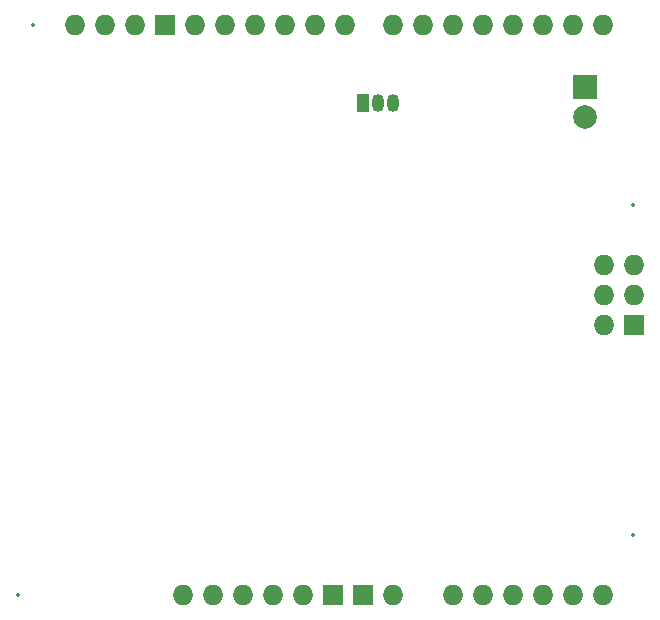
<source format=gbr>
%TF.GenerationSoftware,KiCad,Pcbnew,8.0.3*%
%TF.CreationDate,2025-01-08T21:35:48+01:00*%
%TF.ProjectId,ArduinoNICShield,41726475-696e-46f4-9e49-43536869656c,rev?*%
%TF.SameCoordinates,Original*%
%TF.FileFunction,Copper,L2,Bot*%
%TF.FilePolarity,Positive*%
%FSLAX46Y46*%
G04 Gerber Fmt 4.6, Leading zero omitted, Abs format (unit mm)*
G04 Created by KiCad (PCBNEW 8.0.3) date 2025-01-08 21:35:48*
%MOMM*%
%LPD*%
G01*
G04 APERTURE LIST*
%TA.AperFunction,ComponentPad*%
%ADD10R,2.000000X2.000000*%
%TD*%
%TA.AperFunction,ComponentPad*%
%ADD11C,2.000000*%
%TD*%
%TA.AperFunction,ComponentPad*%
%ADD12O,1.050000X1.500000*%
%TD*%
%TA.AperFunction,ComponentPad*%
%ADD13R,1.050000X1.500000*%
%TD*%
%TA.AperFunction,ComponentPad*%
%ADD14O,1.727200X1.727200*%
%TD*%
%TA.AperFunction,ComponentPad*%
%ADD15R,1.727200X1.727200*%
%TD*%
%ADD16C,0.350000*%
G04 APERTURE END LIST*
D10*
%TO.P,J2,1,Pin_1*%
%TO.N,RX_Arduino*%
X163500000Y-70460000D03*
D11*
%TO.P,J2,2,Pin_2*%
%TO.N,GND*%
X163500000Y-73000000D03*
%TD*%
D12*
%TO.P,Q1,3,C*%
%TO.N,RX_Arduino*%
X147270000Y-71860000D03*
%TO.P,Q1,2,B*%
%TO.N,Net-(Q1-B)*%
X146000000Y-71860000D03*
D13*
%TO.P,Q1,1,E*%
%TO.N,GND*%
X144730000Y-71860000D03*
%TD*%
D14*
%TO.P,A1,VIN,VIN*%
%TO.N,unconnected-(A1-PadVIN)*%
X147220000Y-113500000D03*
%TO.P,A1,SDA,SDA*%
%TO.N,unconnected-(A1-PadSDA)*%
X122836000Y-65240000D03*
%TO.P,A1,SCL,SCL*%
%TO.N,unconnected-(A1-PadSCL)*%
X120296000Y-65240000D03*
%TO.P,A1,SCK,SPI_SCK*%
%TO.N,unconnected-(A1-SPI_SCK-PadSCK)*%
X165127000Y-88100000D03*
%TO.P,A1,RST2,SPI_RESET*%
%TO.N,unconnected-(A1-SPI_RESET-PadRST2)*%
X165127000Y-90640000D03*
%TO.P,A1,RST1,RESET*%
%TO.N,unconnected-(A1-RESET-PadRST1)*%
X134520000Y-113500000D03*
%TO.P,A1,MOSI,SPI_MOSI*%
%TO.N,unconnected-(A1-SPI_MOSI-PadMOSI)*%
X167667000Y-88100000D03*
%TO.P,A1,MISO,SPI_MISO*%
%TO.N,unconnected-(A1-SPI_MISO-PadMISO)*%
X165127000Y-85560000D03*
%TO.P,A1,IORF,IOREF*%
%TO.N,unconnected-(A1-IOREF-PadIORF)*%
X131980000Y-113500000D03*
D15*
%TO.P,A1,GND4,SPI_GND*%
%TO.N,unconnected-(A1-SPI_GND-PadGND4)*%
X167667000Y-90640000D03*
%TO.P,A1,GND3,GND*%
%TO.N,GND*%
X144680000Y-113500000D03*
%TO.P,A1,GND2,GND*%
X142140000Y-113500000D03*
%TO.P,A1,GND1,GND*%
X127916000Y-65240000D03*
D14*
%TO.P,A1,D13,D13*%
%TO.N,unconnected-(A1-PadD13)*%
X130456000Y-65240000D03*
%TO.P,A1,D12,D12*%
%TO.N,unconnected-(A1-PadD12)*%
X132996000Y-65240000D03*
%TO.P,A1,D11,D11*%
%TO.N,unconnected-(A1-PadD11)*%
X135536000Y-65240000D03*
%TO.P,A1,D10,D10_CS*%
%TO.N,unconnected-(A1-D10_CS-PadD10)*%
X138076000Y-65240000D03*
%TO.P,A1,D9,D9*%
%TO.N,unconnected-(A1-PadD9)*%
X140616000Y-65240000D03*
%TO.P,A1,D8,D8*%
%TO.N,TX_Arduino*%
X143156000Y-65240000D03*
%TO.P,A1,D7,D7*%
%TO.N,RX_Arduino*%
X147220000Y-65240000D03*
%TO.P,A1,D6,D6*%
%TO.N,unconnected-(A1-PadD6)*%
X149760000Y-65240000D03*
%TO.P,A1,D5,D5*%
%TO.N,unconnected-(A1-PadD5)*%
X152300000Y-65240000D03*
%TO.P,A1,D4,D4*%
%TO.N,unconnected-(A1-PadD4)*%
X154840000Y-65240000D03*
%TO.P,A1,D3,D3_INT1*%
%TO.N,unconnected-(A1-D3_INT1-PadD3)*%
X157380000Y-65240000D03*
%TO.P,A1,D2,D2_INT0*%
%TO.N,unconnected-(A1-D2_INT0-PadD2)*%
X159920000Y-65240000D03*
%TO.P,A1,D1,D1/TX*%
%TO.N,unconnected-(A1-D1{slash}TX-PadD1)*%
X162460000Y-65240000D03*
%TO.P,A1,D0,D0/RX*%
%TO.N,unconnected-(A1-D0{slash}RX-PadD0)*%
X165000000Y-65240000D03*
%TO.P,A1,AREF,AREF*%
%TO.N,unconnected-(A1-PadAREF)*%
X125376000Y-65240000D03*
%TO.P,A1,A5,A5*%
%TO.N,unconnected-(A1-PadA5)*%
X165000000Y-113500000D03*
%TO.P,A1,A4,A4*%
%TO.N,unconnected-(A1-PadA4)*%
X162460000Y-113500000D03*
%TO.P,A1,A3,A3*%
%TO.N,unconnected-(A1-PadA3)*%
X159920000Y-113500000D03*
%TO.P,A1,A2,A2*%
%TO.N,unconnected-(A1-PadA2)*%
X157380000Y-113500000D03*
%TO.P,A1,A1,A1*%
%TO.N,unconnected-(A1-PadA1)*%
X154840000Y-113500000D03*
%TO.P,A1,A0,A0*%
%TO.N,unconnected-(A1-PadA0)*%
X152300000Y-113500000D03*
%TO.P,A1,5V2,SPI_5V*%
%TO.N,unconnected-(A1-SPI_5V-Pad5V2)*%
X167667000Y-85560000D03*
%TO.P,A1,5V1,5V*%
%TO.N,unconnected-(A1-5V-Pad5V1)*%
X139600000Y-113500000D03*
%TO.P,A1,3V3,3.3V*%
%TO.N,unconnected-(A1-3.3V-Pad3V3)*%
X137060000Y-113500000D03*
%TO.P,A1,*%
%TO.N,*%
X129440000Y-113500000D03*
%TD*%
D16*
X163500000Y-70460000D03*
X163500000Y-73000000D03*
X147270000Y-71860000D03*
X146000000Y-71860000D03*
X144730000Y-71860000D03*
X147220000Y-113500000D03*
X122836000Y-65240000D03*
X120296000Y-65240000D03*
X165127000Y-88100000D03*
X165127000Y-90640000D03*
X134520000Y-113500000D03*
X167667000Y-88100000D03*
X165127000Y-85560000D03*
X131980000Y-113500000D03*
X167667000Y-90640000D03*
X144680000Y-113500000D03*
X142140000Y-113500000D03*
X127916000Y-65240000D03*
X130456000Y-65240000D03*
X132996000Y-65240000D03*
X135536000Y-65240000D03*
X138076000Y-65240000D03*
X140616000Y-65240000D03*
X143156000Y-65240000D03*
X147220000Y-65240000D03*
X149760000Y-65240000D03*
X152300000Y-65240000D03*
X154840000Y-65240000D03*
X157380000Y-65240000D03*
X159920000Y-65240000D03*
X162460000Y-65240000D03*
X165000000Y-65240000D03*
X125376000Y-65240000D03*
X165000000Y-113500000D03*
X162460000Y-113500000D03*
X159920000Y-113500000D03*
X157380000Y-113500000D03*
X154840000Y-113500000D03*
X152300000Y-113500000D03*
X167667000Y-85560000D03*
X139600000Y-113500000D03*
X137060000Y-113500000D03*
X167540000Y-80480000D03*
X129440000Y-113500000D03*
X167540000Y-108420000D03*
X116740000Y-65240000D03*
X115470000Y-113500000D03*
M02*

</source>
